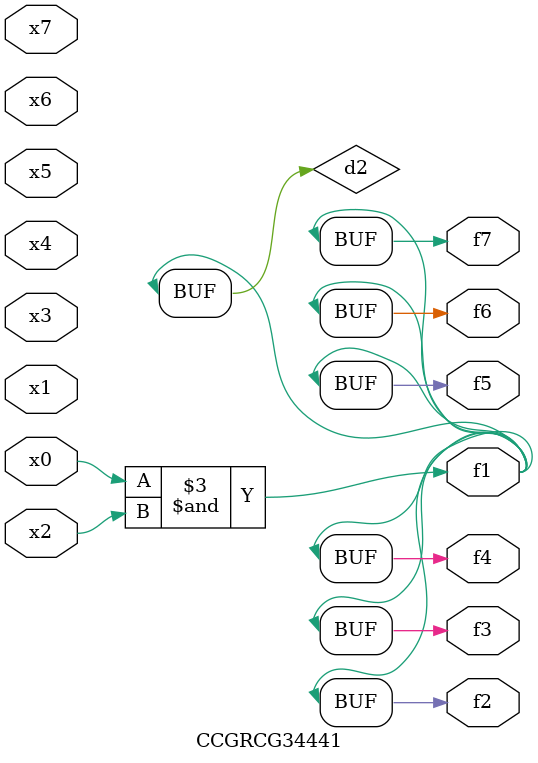
<source format=v>
module CCGRCG34441(
	input x0, x1, x2, x3, x4, x5, x6, x7,
	output f1, f2, f3, f4, f5, f6, f7
);

	wire d1, d2;

	nor (d1, x3, x6);
	and (d2, x0, x2);
	assign f1 = d2;
	assign f2 = d2;
	assign f3 = d2;
	assign f4 = d2;
	assign f5 = d2;
	assign f6 = d2;
	assign f7 = d2;
endmodule

</source>
